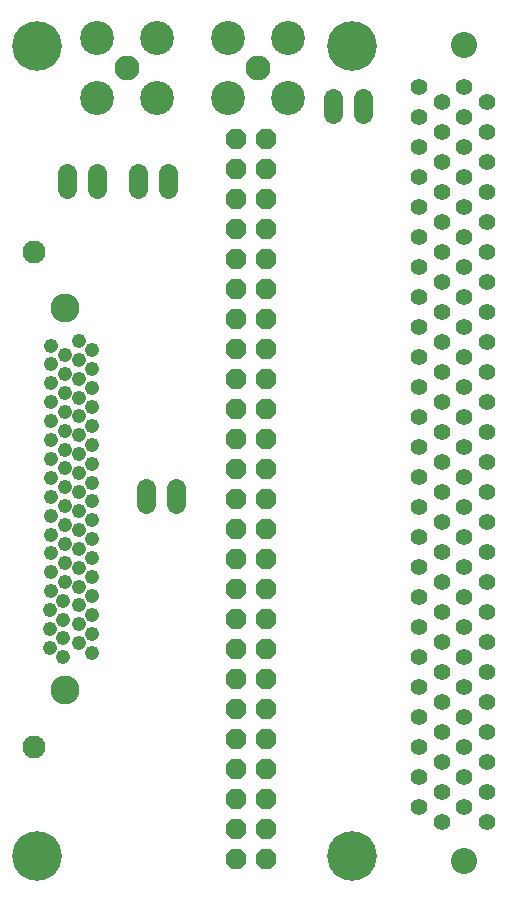
<source format=gts>
G75*
G70*
%OFA0B0*%
%FSLAX24Y24*%
%IPPOS*%
%LPD*%
%AMOC8*
5,1,8,0,0,1.08239X$1,22.5*
%
%ADD10C,0.1655*%
%ADD11C,0.0620*%
%ADD12C,0.0830*%
%ADD13C,0.1130*%
%ADD14OC8,0.0680*%
%ADD15C,0.0476*%
%ADD16C,0.0769*%
%ADD17C,0.0966*%
%ADD18C,0.0552*%
%ADD19C,0.0867*%
D10*
X003983Y001825D03*
X014483Y001825D03*
X014483Y028825D03*
X003983Y028825D03*
D11*
X004983Y024595D02*
X004983Y024055D01*
X005983Y024055D02*
X005983Y024595D01*
X007358Y024595D02*
X007358Y024055D01*
X008358Y024055D02*
X008358Y024595D01*
X013858Y026555D02*
X013858Y027095D01*
X014858Y027095D02*
X014858Y026555D01*
X008608Y014095D02*
X008608Y013555D01*
X007608Y013555D02*
X007608Y014095D01*
D12*
X006983Y028075D03*
X011358Y028075D03*
D13*
X012361Y029079D03*
X012361Y027071D03*
X010354Y027071D03*
X010354Y029079D03*
X007986Y029079D03*
X007986Y027071D03*
X005979Y027071D03*
X005979Y029079D03*
D14*
X010608Y025700D03*
X010608Y024700D03*
X010608Y023700D03*
X010608Y022700D03*
X010608Y021700D03*
X010608Y020700D03*
X010608Y019700D03*
X010608Y018700D03*
X010608Y017700D03*
X010608Y016700D03*
X010608Y015700D03*
X010608Y014700D03*
X010608Y013700D03*
X010608Y012700D03*
X010608Y011700D03*
X010608Y010700D03*
X010608Y009700D03*
X010608Y008700D03*
X010608Y007700D03*
X010608Y006700D03*
X010608Y005700D03*
X010608Y004700D03*
X010608Y003700D03*
X010608Y002700D03*
X010608Y001700D03*
X011608Y001700D03*
X011608Y002700D03*
X011608Y003700D03*
X011608Y004700D03*
X011608Y005700D03*
X011608Y006700D03*
X011608Y007700D03*
X011608Y008700D03*
X011608Y009700D03*
X011608Y010700D03*
X011608Y011700D03*
X011608Y012700D03*
X011608Y013700D03*
X011608Y014700D03*
X011608Y015700D03*
X011608Y016700D03*
X011608Y017700D03*
X011608Y018700D03*
X011608Y019700D03*
X011608Y020700D03*
X011608Y021700D03*
X011608Y022700D03*
X011608Y023700D03*
X011608Y024700D03*
X011608Y025700D03*
D15*
X005829Y018671D03*
X005376Y018356D03*
X004904Y018514D03*
X004451Y018829D03*
X004451Y018199D03*
X004904Y017884D03*
X005376Y017727D03*
X005829Y018042D03*
X005829Y017412D03*
X005376Y017097D03*
X004904Y017254D03*
X004451Y016939D03*
X004904Y016624D03*
X005376Y016467D03*
X005829Y016782D03*
X005829Y016152D03*
X005376Y015837D03*
X004904Y015994D03*
X004451Y015679D03*
X004904Y015364D03*
X005376Y015207D03*
X005829Y015522D03*
X005829Y014892D03*
X005376Y014577D03*
X004904Y014734D03*
X004451Y014419D03*
X004904Y014105D03*
X005376Y013947D03*
X005829Y013632D03*
X005376Y013317D03*
X004904Y013475D03*
X004451Y013790D03*
X004451Y013160D03*
X004904Y012845D03*
X005376Y012687D03*
X005829Y012372D03*
X005376Y012057D03*
X004904Y012215D03*
X004451Y012530D03*
X004451Y011900D03*
X004904Y011585D03*
X005376Y011427D03*
X005829Y011112D03*
X005376Y010797D03*
X004904Y010955D03*
X004451Y011270D03*
X004451Y010640D03*
X004864Y010325D03*
X005376Y010168D03*
X005829Y010482D03*
X005829Y009853D03*
X005376Y009538D03*
X004864Y009695D03*
X004412Y009380D03*
X004864Y009065D03*
X005376Y008908D03*
X005829Y009223D03*
X005829Y008593D03*
X004864Y008435D03*
X004412Y008750D03*
X004412Y010010D03*
X005829Y011742D03*
X005829Y013002D03*
X005829Y014262D03*
X004451Y015049D03*
X004451Y016309D03*
X004451Y017569D03*
X005376Y018986D03*
D16*
X003870Y021959D03*
X003870Y005463D03*
D17*
X004904Y007343D03*
X004904Y020079D03*
D18*
X016733Y020450D03*
X016733Y019450D03*
X016733Y018450D03*
X016733Y017450D03*
X017483Y016950D03*
X018233Y016450D03*
X018983Y015950D03*
X018233Y015450D03*
X018983Y014950D03*
X018233Y014450D03*
X018983Y013950D03*
X018233Y013450D03*
X018983Y012950D03*
X018233Y012450D03*
X018983Y011950D03*
X018233Y011450D03*
X018983Y010950D03*
X018233Y010450D03*
X018983Y009950D03*
X018233Y009450D03*
X018983Y008950D03*
X018233Y008450D03*
X018983Y007950D03*
X018233Y007450D03*
X018983Y006950D03*
X018233Y006450D03*
X018983Y005950D03*
X018233Y005450D03*
X018983Y004950D03*
X018233Y004450D03*
X018983Y003950D03*
X018233Y003450D03*
X018983Y002950D03*
X017483Y002950D03*
X017483Y003950D03*
X016733Y003450D03*
X016733Y004450D03*
X016733Y005450D03*
X017483Y004950D03*
X017483Y005950D03*
X017483Y006950D03*
X017483Y007950D03*
X016733Y007450D03*
X016733Y006450D03*
X016733Y008450D03*
X016733Y009450D03*
X017483Y008950D03*
X017483Y009950D03*
X017483Y010950D03*
X016733Y010450D03*
X016733Y011450D03*
X016733Y012450D03*
X016733Y013450D03*
X017483Y012950D03*
X017483Y011950D03*
X017483Y013950D03*
X017483Y014950D03*
X016733Y014450D03*
X016733Y015450D03*
X016733Y016450D03*
X017483Y015950D03*
X018233Y017450D03*
X018983Y016950D03*
X018983Y017950D03*
X018233Y018450D03*
X018983Y018950D03*
X018233Y019450D03*
X018983Y019950D03*
X018233Y020450D03*
X018983Y020950D03*
X018233Y021450D03*
X018983Y021950D03*
X018233Y022450D03*
X018983Y022950D03*
X018233Y023450D03*
X018983Y023950D03*
X018233Y024450D03*
X018983Y024950D03*
X018233Y025450D03*
X018983Y025950D03*
X018233Y026450D03*
X018983Y026950D03*
X018233Y027450D03*
X017483Y026950D03*
X016733Y026450D03*
X016733Y025450D03*
X017483Y024950D03*
X017483Y023950D03*
X017483Y022950D03*
X016733Y022450D03*
X016733Y021450D03*
X017483Y020950D03*
X017483Y019950D03*
X017483Y018950D03*
X017483Y017950D03*
X017483Y021950D03*
X016733Y023450D03*
X016733Y024450D03*
X017483Y025950D03*
X016733Y027450D03*
D19*
X018233Y028860D03*
X018232Y001647D03*
M02*

</source>
